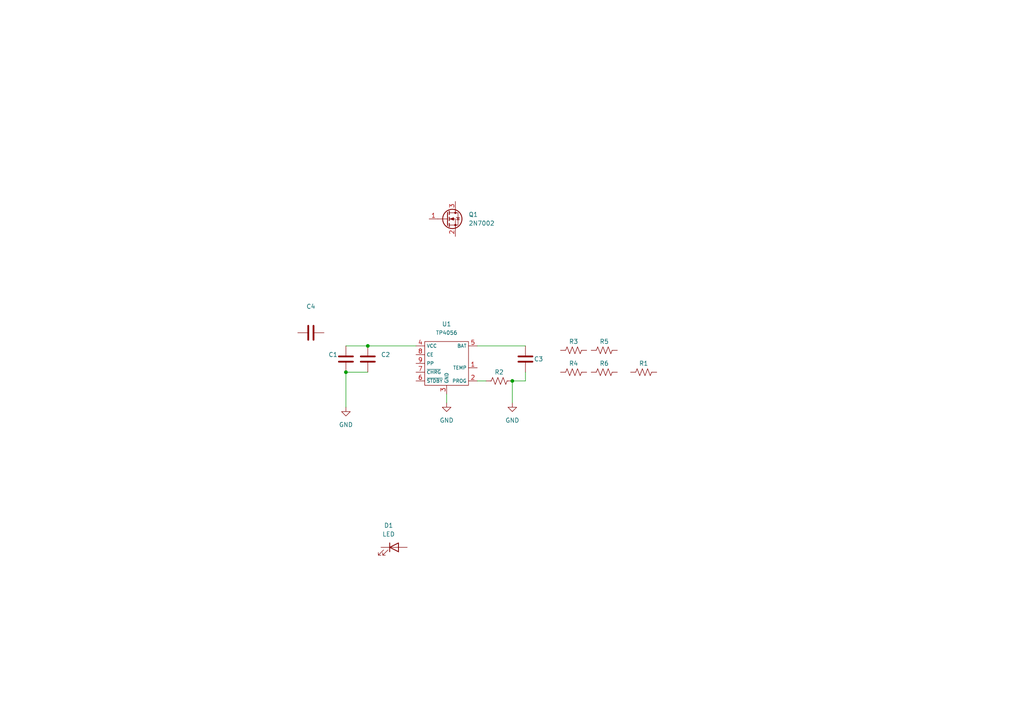
<source format=kicad_sch>
(kicad_sch (version 20230121) (generator eeschema)
  (paper "A4")
  (lib_symbols
    (symbol "Device:C" (pin_numbers hide) (pin_names (offset 0.254))
      (property "Reference" "C" (at 0.635 2.54 0))
      (property "Value" "C" (at 0.635 -2.54 0))
      (symbol "C_0_1"
        (polyline (pts (xy -2.032 -0.762) (xy 2.032 -0.762)) (stroke (width 0.508)))
        (polyline (pts (xy -2.032 0.762) (xy 2.032 0.762)) (stroke (width 0.508)))
      )
      (symbol "C_1_1"
        (pin passive line (at 0 3.81 270) (length 2.794) (name "~") (number "1"))
        (pin passive line (at 0 -3.81 90) (length 2.794) (name "~") (number "2"))
      )
    )
    (symbol "Device:LED" (pin_numbers hide) (pin_names (offset 1.016) hide)
      (property "Reference" "D" (at 0 2.54 0))
      (property "Value" "LED" (at 0 -2.54 0))
      (symbol "LED_0_1"
        (polyline (pts (xy -1.27 -1.27) (xy -1.27 1.27)) (stroke (width 0.254)))
        (polyline (pts (xy -1.27 0) (xy 1.27 0)))
        (polyline (pts (xy 1.27 -1.27) (xy 1.27 1.27) (xy -1.27 0) (xy 1.27 -1.27)) (stroke (width 0.254)))
        (polyline (pts (xy -3.048 -0.762) (xy -4.572 -2.286) (xy -3.81 -2.286) (xy -4.572 -2.286) (xy -4.572 -1.524)))
        (polyline (pts (xy -1.778 -0.762) (xy -3.302 -2.286) (xy -2.54 -2.286) (xy -3.302 -2.286) (xy -3.302 -1.524)))
      )
      (symbol "LED_1_1"
        (pin passive line (at -3.81 0 0) (length 2.54) (name "K") (number "1"))
        (pin passive line (at 3.81 0 180) (length 2.54) (name "A") (number "2"))
      )
    )
    (symbol "Device:R_US" (pin_numbers hide) (pin_names (offset 0))
      (property "Reference" "R" (at 2.54 0 90))
      (property "Value" "R_US" (at -2.54 0 90))
      (symbol "R_US_0_1"
        (polyline (pts (xy 0 -2.286) (xy 0 -2.54)))
        (polyline (pts (xy 0 2.286) (xy 0 2.54)))
        (polyline (pts (xy 0 -0.762) (xy 1.016 -1.143) (xy 0 -1.524) (xy -1.016 -1.905) (xy 0 -2.286)))
        (polyline (pts (xy 0 0.762) (xy 1.016 0.381) (xy 0 0) (xy -1.016 -0.381) (xy 0 -0.762)))
        (polyline (pts (xy 0 2.286) (xy 1.016 1.905) (xy 0 1.524) (xy -1.016 1.143) (xy 0 0.762)))
      )
      (symbol "R_US_1_1"
        (pin passive line (at 0 3.81 270) (length 1.27) (name "~") (number "1"))
        (pin passive line (at 0 -3.81 90) (length 1.27) (name "~") (number "2"))
      )
    )
    (symbol "Transistor_FET:2N7002" (pin_names hide)
      (property "Reference" "Q" (at 5.08 1.905 0))
      (property "Value" "2N7002" (at 5.08 0 0))
      (symbol "2N7002_0_1"
        (polyline (pts (xy 0.254 0) (xy -2.54 0)))
        (polyline (pts (xy 0.254 1.905) (xy 0.254 -1.905)) (stroke (width 0.254)))
        (polyline (pts (xy 0.762 -1.27) (xy 0.762 -2.286)) (stroke (width 0.254)))
        (polyline (pts (xy 0.762 0.508) (xy 0.762 -0.508)) (stroke (width 0.254)))
        (polyline (pts (xy 0.762 2.286) (xy 0.762 1.27)) (stroke (width 0.254)))
        (polyline (pts (xy 2.54 2.54) (xy 2.54 1.778)))
        (polyline (pts (xy 2.54 -2.54) (xy 2.54 0) (xy 0.762 0)))
        (polyline (pts (xy 0.762 -1.778) (xy 3.302 -1.778) (xy 3.302 1.778) (xy 0.762 1.778)))
        (polyline (pts (xy 1.016 0) (xy 2.032 0.381) (xy 2.032 -0.381) (xy 1.016 0)) (fill (type outline)))
        (polyline (pts (xy 2.794 0.508) (xy 2.921 0.381) (xy 3.683 0.381) (xy 3.81 0.254)))
        (polyline (pts (xy 3.302 0.381) (xy 2.921 -0.254) (xy 3.683 -0.254) (xy 3.302 0.381)))
        (circle (center 1.651 0) (radius 2.794) (stroke (width 0.254)))
        (circle (center 2.54 -1.778) (radius 0.254) (fill (type outline)))
        (circle (center 2.54 1.778) (radius 0.254) (fill (type outline)))
      )
      (symbol "2N7002_1_1"
        (pin input line (at -5.08 0 0) (length 2.54) (name "G") (number "1"))
        (pin passive line (at 2.54 -5.08 90) (length 2.54) (name "S") (number "2"))
        (pin passive line (at 2.54 5.08 270) (length 2.54) (name "D") (number "3"))
      )
    )
    (symbol "power:GND" (power) (pin_names (offset 0))
      (property "Value" "GND" (at 0 -3.81 0))
      (symbol "GND_0_1"
        (polyline (pts (xy 0 0) (xy 0 -1.27) (xy 1.27 -1.27) (xy 0 -2.54) (xy -1.27 -1.27) (xy 0 -1.27)))
      )
      (symbol "GND_1_1"
        (pin power_in line (at 0 0 270) (length 0) hide (name "GND") (number "1"))
      )
    )
    (symbol "tp4056:TP4056"
      (property "Reference" "U" (at 1.27 13.97 0))
      (property "Value" "TP4056" (at 8.89 13.97 0))
      (symbol "TP4056_0_1"
        (rectangle (start 0 12.7) (end 12.7 0))
      )
      (symbol "TP4056_1_1"
        (pin input line (at 15.24 5.08 180) (length 2.54) (name "TEMP") (number "1"))
        (pin input line (at 15.24 1.27 180) (length 2.54) (name "PROG") (number "2"))
        (pin input line (at 6.35 -2.54 90) (length 2.54) (name "GND") (number "3"))
        (pin input line (at -2.54 11.43 0) (length 2.54) (name "VCC") (number "4"))
        (pin input line (at 15.24 11.43 180) (length 2.54) (name "BAT") (number "5"))
        (pin input line (at -2.54 1.27 0) (length 2.54) (name "~{STDBY}") (number "6"))
        (pin input line (at -2.54 3.81 0) (length 2.54) (name "~{CHRG}") (number "7"))
        (pin input line (at -2.54 8.89 0) (length 2.54) (name "CE") (number "8"))
        (pin input line (at -2.54 6.35 0) (length 2.54) (name "PP") (number "9"))
      )
    )
  )
  (junction (at 100.33 107.95))
  (junction (at 148.59 110.49))
  (junction (at 106.68 100.33))
  (wire (pts (xy 152.4 107.95) (xy 152.4 110.49)))
  (wire (pts (xy 138.43 100.33) (xy 152.4 100.33)))
  (wire (pts (xy 152.4 110.49) (xy 148.59 110.49)))
  (wire (pts (xy 148.59 110.49) (xy 148.59 116.84)))
  (wire (pts (xy 138.43 110.49) (xy 140.97 110.49)))
  (wire (pts (xy 100.33 107.95) (xy 100.33 118.11)))
  (wire (pts (xy 100.33 107.95) (xy 106.68 107.95)))
  (wire (pts (xy 100.33 100.33) (xy 106.68 100.33)))
  (wire (pts (xy 106.68 100.33) (xy 120.65 100.33)))
  (wire (pts (xy 129.54 114.3) (xy 129.54 116.84)))
  (symbol (lib_id "Device:C") (at 100.33 104.14 180) (unit 1)
    (property "Reference" "C1" (at 95.25 102.87 0) (effects (justify right)))
    (property "Value" "C" (effects hide))
  )
  (symbol (lib_id "Device:R_US") (at 186.69 107.95 90) (unit 1)
    (property "Reference" "R1" (at 186.69 105.41 90))
    (property "Value" "R_US" (effects hide))
  )
  (symbol (lib_id "Device:C") (at 106.68 104.14 180) (unit 1)
    (property "Reference" "C2" (at 110.49 102.87 0) (effects (justify right)))
    (property "Value" "C" (effects hide))
  )
  (symbol (lib_id "power:GND") (at 100.33 118.11 0) (unit 1)
    (property "Reference" "#PWR02" (effects hide))
    (property "Value" "GND" (at 100.33 123.19 0))
  )
  (symbol (lib_id "Device:C") (at 90.17 96.52 90) (unit 1)
    (property "Reference" "C4" (at 90.17 88.9 90))
    (property "Value" "C" (effects hide))
  )
  (symbol (lib_id "Device:R_US") (at 166.37 107.95 90) (unit 1)
    (property "Reference" "R4" (at 166.37 105.41 90))
    (property "Value" "R_US" (effects hide))
  )
  (symbol (lib_id "Device:R_US") (at 166.37 101.6 90) (unit 1)
    (property "Reference" "R3" (at 166.37 99.06 90))
    (property "Value" "R_US" (effects hide))
  )
  (symbol (lib_id "power:GND") (at 148.59 116.84 0) (unit 1)
    (property "Reference" "#PWR03" (effects hide))
    (property "Value" "GND" (at 148.59 121.92 0))
  )
  (symbol (lib_id "power:GND") (at 129.54 116.84 0) (unit 1)
    (property "Reference" "#PWR01" (effects hide))
    (property "Value" "GND" (at 129.54 121.92 0))
  )
  (symbol (lib_id "Device:LED") (at 114.3 158.75 0) (unit 1)
    (property "Reference" "D1" (at 112.7125 152.4 0))
    (property "Value" "LED" (at 112.7125 154.94 0))
  )
  (symbol (lib_id "Device:R_US") (at 175.26 107.95 90) (unit 1)
    (property "Reference" "R6" (at 175.26 105.41 90))
    (property "Value" "R_US" (effects hide))
  )
  (symbol (lib_id "tp4056:TP4056") (at 123.19 111.76 0) (unit 1)
    (property "Reference" "U1" (at 129.54 93.98 0))
    (property "Value" "TP4056" (at 129.54 96.52 0) (effects (font (size 1.1 1.1))))
    (property "Footprint" "Package_SO:SOIC-8-1EP_3.9x4.9mm_P1.27mm_EP2.29x3mm" (effects hide))
  )
  (symbol (lib_id "Device:R_US") (at 144.78 110.49 90) (unit 1)
    (property "Reference" "R2" (at 144.78 107.95 90))
    (property "Value" "R_US" (effects hide))
  )
  (symbol (lib_id "Device:C") (at 152.4 104.14 0) (unit 1)
    (property "Reference" "C3" (at 156.21 104.14 0))
    (property "Value" "C" (effects hide))
  )
  (symbol (lib_id "Device:R_US") (at 175.26 101.6 90) (unit 1)
    (property "Reference" "R5" (at 175.26 99.06 90))
    (property "Value" "R_US" (effects hide))
  )
  (symbol (lib_id "Transistor_FET:2N7002") (at 129.54 63.5 0) (unit 1)
    (property "Reference" "Q1" (at 135.89 62.23 0) (effects (justify left)))
    (property "Value" "2N7002" (at 135.89 64.77 0) (effects (justify left)))
    (property "Footprint" "Package_TO_SOT_SMD:SOT-23" (effects hide))
    (property "Datasheet" "https://www.onsemi.com/pub/Collateral/NDS7002A-D.PDF" (effects hide))
  )
)
</source>
